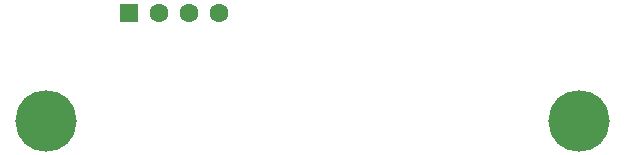
<source format=gbr>
%TF.GenerationSoftware,Altium Limited,Altium Designer,24.1.2 (44)*%
G04 Layer_Color=16711935*
%FSLAX45Y45*%
%MOMM*%
%TF.SameCoordinates,480B7A5E-9FD5-4732-A4F6-FD879BEA9CF3*%
%TF.FilePolarity,Negative*%
%TF.FileFunction,Soldermask,Bot*%
%TF.Part,Single*%
G01*
G75*
%TA.AperFunction,ComponentPad*%
%ADD37R,1.60000X1.60000*%
%ADD38C,1.60000*%
%TA.AperFunction,ViaPad*%
%ADD48C,5.20320*%
D37*
X8178800Y9093200D02*
D03*
D38*
X8432800D02*
D03*
X8686800D02*
D03*
X8940800D02*
D03*
D48*
X11988800Y8181000D02*
D03*
X7475961Y8181039D02*
D03*
%TF.MD5,d383e2e2342e7a403770806b3f039399*%
M02*

</source>
